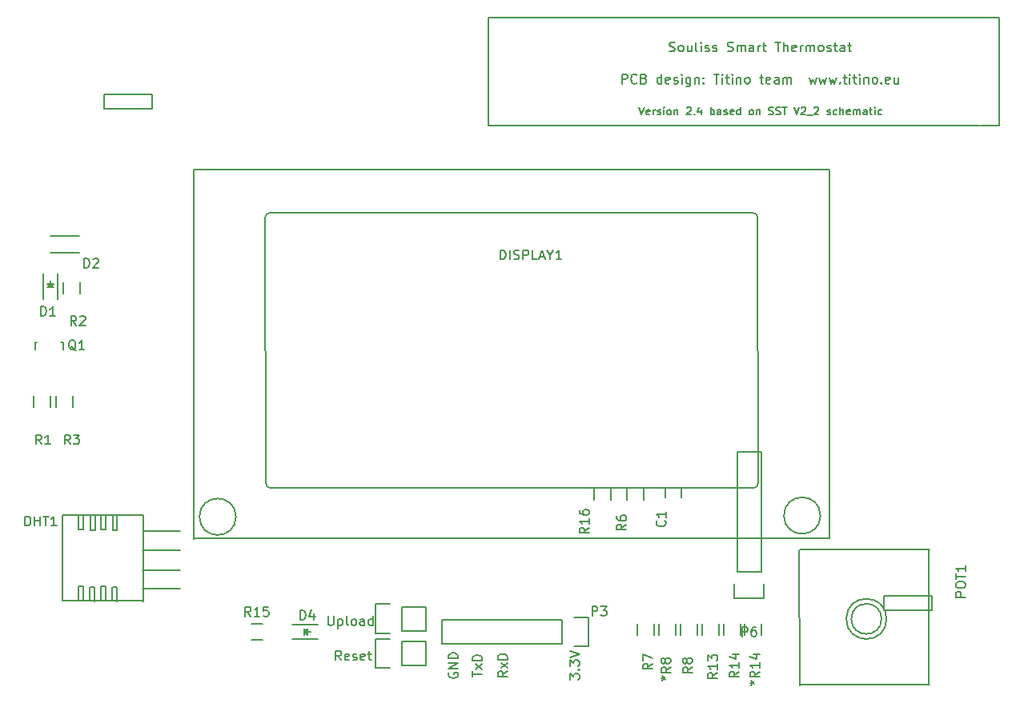
<source format=gbr>
G04 #@! TF.FileFunction,Legend,Top*
%FSLAX46Y46*%
G04 Gerber Fmt 4.6, Leading zero omitted, Abs format (unit mm)*
G04 Created by KiCad (PCBNEW 4.0.4-stable) date 02/12/17 18:05:12*
%MOMM*%
%LPD*%
G01*
G04 APERTURE LIST*
%ADD10C,0.100000*%
%ADD11C,0.200000*%
%ADD12C,0.150000*%
G04 APERTURE END LIST*
D10*
D11*
X215011000Y-49403000D02*
X217043000Y-49403000D01*
X215138000Y-60833000D02*
X217043000Y-60833000D01*
D12*
X146105857Y-112736381D02*
X146105857Y-113545905D01*
X146153476Y-113641143D01*
X146201095Y-113688762D01*
X146296333Y-113736381D01*
X146486810Y-113736381D01*
X146582048Y-113688762D01*
X146629667Y-113641143D01*
X146677286Y-113545905D01*
X146677286Y-112736381D01*
X147153476Y-113069714D02*
X147153476Y-114069714D01*
X147153476Y-113117333D02*
X147248714Y-113069714D01*
X147439191Y-113069714D01*
X147534429Y-113117333D01*
X147582048Y-113164952D01*
X147629667Y-113260190D01*
X147629667Y-113545905D01*
X147582048Y-113641143D01*
X147534429Y-113688762D01*
X147439191Y-113736381D01*
X147248714Y-113736381D01*
X147153476Y-113688762D01*
X148201095Y-113736381D02*
X148105857Y-113688762D01*
X148058238Y-113593524D01*
X148058238Y-112736381D01*
X148724905Y-113736381D02*
X148629667Y-113688762D01*
X148582048Y-113641143D01*
X148534429Y-113545905D01*
X148534429Y-113260190D01*
X148582048Y-113164952D01*
X148629667Y-113117333D01*
X148724905Y-113069714D01*
X148867763Y-113069714D01*
X148963001Y-113117333D01*
X149010620Y-113164952D01*
X149058239Y-113260190D01*
X149058239Y-113545905D01*
X149010620Y-113641143D01*
X148963001Y-113688762D01*
X148867763Y-113736381D01*
X148724905Y-113736381D01*
X149915382Y-113736381D02*
X149915382Y-113212571D01*
X149867763Y-113117333D01*
X149772525Y-113069714D01*
X149582048Y-113069714D01*
X149486810Y-113117333D01*
X149915382Y-113688762D02*
X149820144Y-113736381D01*
X149582048Y-113736381D01*
X149486810Y-113688762D01*
X149439191Y-113593524D01*
X149439191Y-113498286D01*
X149486810Y-113403048D01*
X149582048Y-113355429D01*
X149820144Y-113355429D01*
X149915382Y-113307810D01*
X150820144Y-113736381D02*
X150820144Y-112736381D01*
X150820144Y-113688762D02*
X150724906Y-113736381D01*
X150534429Y-113736381D01*
X150439191Y-113688762D01*
X150391572Y-113641143D01*
X150343953Y-113545905D01*
X150343953Y-113260190D01*
X150391572Y-113164952D01*
X150439191Y-113117333D01*
X150534429Y-113069714D01*
X150724906Y-113069714D01*
X150820144Y-113117333D01*
X147478905Y-117419381D02*
X147145571Y-116943190D01*
X146907476Y-117419381D02*
X146907476Y-116419381D01*
X147288429Y-116419381D01*
X147383667Y-116467000D01*
X147431286Y-116514619D01*
X147478905Y-116609857D01*
X147478905Y-116752714D01*
X147431286Y-116847952D01*
X147383667Y-116895571D01*
X147288429Y-116943190D01*
X146907476Y-116943190D01*
X148288429Y-117371762D02*
X148193191Y-117419381D01*
X148002714Y-117419381D01*
X147907476Y-117371762D01*
X147859857Y-117276524D01*
X147859857Y-116895571D01*
X147907476Y-116800333D01*
X148002714Y-116752714D01*
X148193191Y-116752714D01*
X148288429Y-116800333D01*
X148336048Y-116895571D01*
X148336048Y-116990810D01*
X147859857Y-117086048D01*
X148717000Y-117371762D02*
X148812238Y-117419381D01*
X149002714Y-117419381D01*
X149097953Y-117371762D01*
X149145572Y-117276524D01*
X149145572Y-117228905D01*
X149097953Y-117133667D01*
X149002714Y-117086048D01*
X148859857Y-117086048D01*
X148764619Y-117038429D01*
X148717000Y-116943190D01*
X148717000Y-116895571D01*
X148764619Y-116800333D01*
X148859857Y-116752714D01*
X149002714Y-116752714D01*
X149097953Y-116800333D01*
X149955096Y-117371762D02*
X149859858Y-117419381D01*
X149669381Y-117419381D01*
X149574143Y-117371762D01*
X149526524Y-117276524D01*
X149526524Y-116895571D01*
X149574143Y-116800333D01*
X149669381Y-116752714D01*
X149859858Y-116752714D01*
X149955096Y-116800333D01*
X150002715Y-116895571D01*
X150002715Y-116990810D01*
X149526524Y-117086048D01*
X150288429Y-116752714D02*
X150669381Y-116752714D01*
X150431286Y-116419381D02*
X150431286Y-117276524D01*
X150478905Y-117371762D01*
X150574143Y-117419381D01*
X150669381Y-117419381D01*
X171664381Y-119459190D02*
X171664381Y-118840142D01*
X172045333Y-119173476D01*
X172045333Y-119030618D01*
X172092952Y-118935380D01*
X172140571Y-118887761D01*
X172235810Y-118840142D01*
X172473905Y-118840142D01*
X172569143Y-118887761D01*
X172616762Y-118935380D01*
X172664381Y-119030618D01*
X172664381Y-119316333D01*
X172616762Y-119411571D01*
X172569143Y-119459190D01*
X172569143Y-118411571D02*
X172616762Y-118363952D01*
X172664381Y-118411571D01*
X172616762Y-118459190D01*
X172569143Y-118411571D01*
X172664381Y-118411571D01*
X171664381Y-118030619D02*
X171664381Y-117411571D01*
X172045333Y-117744905D01*
X172045333Y-117602047D01*
X172092952Y-117506809D01*
X172140571Y-117459190D01*
X172235810Y-117411571D01*
X172473905Y-117411571D01*
X172569143Y-117459190D01*
X172616762Y-117506809D01*
X172664381Y-117602047D01*
X172664381Y-117887762D01*
X172616762Y-117983000D01*
X172569143Y-118030619D01*
X171664381Y-117125857D02*
X172664381Y-116792524D01*
X171664381Y-116459190D01*
X165044381Y-118578238D02*
X164568190Y-118911572D01*
X165044381Y-119149667D02*
X164044381Y-119149667D01*
X164044381Y-118768714D01*
X164092000Y-118673476D01*
X164139619Y-118625857D01*
X164234857Y-118578238D01*
X164377714Y-118578238D01*
X164472952Y-118625857D01*
X164520571Y-118673476D01*
X164568190Y-118768714D01*
X164568190Y-119149667D01*
X165044381Y-118244905D02*
X164377714Y-117721095D01*
X164377714Y-118244905D02*
X165044381Y-117721095D01*
X165044381Y-117340143D02*
X164044381Y-117340143D01*
X164044381Y-117102048D01*
X164092000Y-116959190D01*
X164187238Y-116863952D01*
X164282476Y-116816333D01*
X164472952Y-116768714D01*
X164615810Y-116768714D01*
X164806286Y-116816333D01*
X164901524Y-116863952D01*
X164996762Y-116959190D01*
X165044381Y-117102048D01*
X165044381Y-117340143D01*
X161377381Y-119173476D02*
X161377381Y-118602047D01*
X162377381Y-118887762D02*
X161377381Y-118887762D01*
X162377381Y-118363952D02*
X161710714Y-117840142D01*
X161710714Y-118363952D02*
X162377381Y-117840142D01*
X162377381Y-117459190D02*
X161377381Y-117459190D01*
X161377381Y-117221095D01*
X161425000Y-117078237D01*
X161520238Y-116982999D01*
X161615476Y-116935380D01*
X161805952Y-116887761D01*
X161948810Y-116887761D01*
X162139286Y-116935380D01*
X162234524Y-116982999D01*
X162329762Y-117078237D01*
X162377381Y-117221095D01*
X162377381Y-117459190D01*
X158885000Y-118744904D02*
X158837381Y-118840142D01*
X158837381Y-118982999D01*
X158885000Y-119125857D01*
X158980238Y-119221095D01*
X159075476Y-119268714D01*
X159265952Y-119316333D01*
X159408810Y-119316333D01*
X159599286Y-119268714D01*
X159694524Y-119221095D01*
X159789762Y-119125857D01*
X159837381Y-118982999D01*
X159837381Y-118887761D01*
X159789762Y-118744904D01*
X159742143Y-118697285D01*
X159408810Y-118697285D01*
X159408810Y-118887761D01*
X159837381Y-118268714D02*
X158837381Y-118268714D01*
X159837381Y-117697285D01*
X158837381Y-117697285D01*
X159837381Y-117221095D02*
X158837381Y-117221095D01*
X158837381Y-116983000D01*
X158885000Y-116840142D01*
X158980238Y-116744904D01*
X159075476Y-116697285D01*
X159265952Y-116649666D01*
X159408810Y-116649666D01*
X159599286Y-116697285D01*
X159694524Y-116744904D01*
X159789762Y-116840142D01*
X159837381Y-116983000D01*
X159837381Y-117221095D01*
D11*
X163068000Y-49403000D02*
X163068000Y-49911000D01*
X215011000Y-49403000D02*
X163068000Y-49403000D01*
X217043000Y-60833000D02*
X217043000Y-49403000D01*
X163068000Y-60833000D02*
X215011000Y-60833000D01*
X163068000Y-49530000D02*
X163068000Y-60833000D01*
D12*
X178989093Y-58870905D02*
X179255760Y-59670905D01*
X179522427Y-58870905D01*
X180093855Y-59632810D02*
X180017665Y-59670905D01*
X179865284Y-59670905D01*
X179789093Y-59632810D01*
X179750998Y-59556619D01*
X179750998Y-59251857D01*
X179789093Y-59175667D01*
X179865284Y-59137571D01*
X180017665Y-59137571D01*
X180093855Y-59175667D01*
X180131950Y-59251857D01*
X180131950Y-59328048D01*
X179750998Y-59404238D01*
X180474807Y-59670905D02*
X180474807Y-59137571D01*
X180474807Y-59289952D02*
X180512902Y-59213762D01*
X180550998Y-59175667D01*
X180627188Y-59137571D01*
X180703379Y-59137571D01*
X180931950Y-59632810D02*
X181008140Y-59670905D01*
X181160521Y-59670905D01*
X181236712Y-59632810D01*
X181274807Y-59556619D01*
X181274807Y-59518524D01*
X181236712Y-59442333D01*
X181160521Y-59404238D01*
X181046236Y-59404238D01*
X180970045Y-59366143D01*
X180931950Y-59289952D01*
X180931950Y-59251857D01*
X180970045Y-59175667D01*
X181046236Y-59137571D01*
X181160521Y-59137571D01*
X181236712Y-59175667D01*
X181617664Y-59670905D02*
X181617664Y-59137571D01*
X181617664Y-58870905D02*
X181579569Y-58909000D01*
X181617664Y-58947095D01*
X181655759Y-58909000D01*
X181617664Y-58870905D01*
X181617664Y-58947095D01*
X182112902Y-59670905D02*
X182036711Y-59632810D01*
X181998616Y-59594714D01*
X181960521Y-59518524D01*
X181960521Y-59289952D01*
X181998616Y-59213762D01*
X182036711Y-59175667D01*
X182112902Y-59137571D01*
X182227188Y-59137571D01*
X182303378Y-59175667D01*
X182341473Y-59213762D01*
X182379569Y-59289952D01*
X182379569Y-59518524D01*
X182341473Y-59594714D01*
X182303378Y-59632810D01*
X182227188Y-59670905D01*
X182112902Y-59670905D01*
X182722426Y-59137571D02*
X182722426Y-59670905D01*
X182722426Y-59213762D02*
X182760521Y-59175667D01*
X182836712Y-59137571D01*
X182950998Y-59137571D01*
X183027188Y-59175667D01*
X183065283Y-59251857D01*
X183065283Y-59670905D01*
X184017665Y-58947095D02*
X184055760Y-58909000D01*
X184131951Y-58870905D01*
X184322427Y-58870905D01*
X184398617Y-58909000D01*
X184436713Y-58947095D01*
X184474808Y-59023286D01*
X184474808Y-59099476D01*
X184436713Y-59213762D01*
X183979570Y-59670905D01*
X184474808Y-59670905D01*
X184817665Y-59594714D02*
X184855760Y-59632810D01*
X184817665Y-59670905D01*
X184779570Y-59632810D01*
X184817665Y-59594714D01*
X184817665Y-59670905D01*
X185541474Y-59137571D02*
X185541474Y-59670905D01*
X185350998Y-58832810D02*
X185160522Y-59404238D01*
X185655760Y-59404238D01*
X186570046Y-59670905D02*
X186570046Y-58870905D01*
X186570046Y-59175667D02*
X186646237Y-59137571D01*
X186798618Y-59137571D01*
X186874808Y-59175667D01*
X186912903Y-59213762D01*
X186950999Y-59289952D01*
X186950999Y-59518524D01*
X186912903Y-59594714D01*
X186874808Y-59632810D01*
X186798618Y-59670905D01*
X186646237Y-59670905D01*
X186570046Y-59632810D01*
X187636713Y-59670905D02*
X187636713Y-59251857D01*
X187598618Y-59175667D01*
X187522428Y-59137571D01*
X187370047Y-59137571D01*
X187293856Y-59175667D01*
X187636713Y-59632810D02*
X187560523Y-59670905D01*
X187370047Y-59670905D01*
X187293856Y-59632810D01*
X187255761Y-59556619D01*
X187255761Y-59480429D01*
X187293856Y-59404238D01*
X187370047Y-59366143D01*
X187560523Y-59366143D01*
X187636713Y-59328048D01*
X187979571Y-59632810D02*
X188055761Y-59670905D01*
X188208142Y-59670905D01*
X188284333Y-59632810D01*
X188322428Y-59556619D01*
X188322428Y-59518524D01*
X188284333Y-59442333D01*
X188208142Y-59404238D01*
X188093857Y-59404238D01*
X188017666Y-59366143D01*
X187979571Y-59289952D01*
X187979571Y-59251857D01*
X188017666Y-59175667D01*
X188093857Y-59137571D01*
X188208142Y-59137571D01*
X188284333Y-59175667D01*
X188970047Y-59632810D02*
X188893857Y-59670905D01*
X188741476Y-59670905D01*
X188665285Y-59632810D01*
X188627190Y-59556619D01*
X188627190Y-59251857D01*
X188665285Y-59175667D01*
X188741476Y-59137571D01*
X188893857Y-59137571D01*
X188970047Y-59175667D01*
X189008142Y-59251857D01*
X189008142Y-59328048D01*
X188627190Y-59404238D01*
X189693856Y-59670905D02*
X189693856Y-58870905D01*
X189693856Y-59632810D02*
X189617666Y-59670905D01*
X189465285Y-59670905D01*
X189389094Y-59632810D01*
X189350999Y-59594714D01*
X189312904Y-59518524D01*
X189312904Y-59289952D01*
X189350999Y-59213762D01*
X189389094Y-59175667D01*
X189465285Y-59137571D01*
X189617666Y-59137571D01*
X189693856Y-59175667D01*
X190798619Y-59670905D02*
X190722428Y-59632810D01*
X190684333Y-59594714D01*
X190646238Y-59518524D01*
X190646238Y-59289952D01*
X190684333Y-59213762D01*
X190722428Y-59175667D01*
X190798619Y-59137571D01*
X190912905Y-59137571D01*
X190989095Y-59175667D01*
X191027190Y-59213762D01*
X191065286Y-59289952D01*
X191065286Y-59518524D01*
X191027190Y-59594714D01*
X190989095Y-59632810D01*
X190912905Y-59670905D01*
X190798619Y-59670905D01*
X191408143Y-59137571D02*
X191408143Y-59670905D01*
X191408143Y-59213762D02*
X191446238Y-59175667D01*
X191522429Y-59137571D01*
X191636715Y-59137571D01*
X191712905Y-59175667D01*
X191751000Y-59251857D01*
X191751000Y-59670905D01*
X192703382Y-59632810D02*
X192817668Y-59670905D01*
X193008144Y-59670905D01*
X193084334Y-59632810D01*
X193122430Y-59594714D01*
X193160525Y-59518524D01*
X193160525Y-59442333D01*
X193122430Y-59366143D01*
X193084334Y-59328048D01*
X193008144Y-59289952D01*
X192855763Y-59251857D01*
X192779572Y-59213762D01*
X192741477Y-59175667D01*
X192703382Y-59099476D01*
X192703382Y-59023286D01*
X192741477Y-58947095D01*
X192779572Y-58909000D01*
X192855763Y-58870905D01*
X193046239Y-58870905D01*
X193160525Y-58909000D01*
X193465287Y-59632810D02*
X193579573Y-59670905D01*
X193770049Y-59670905D01*
X193846239Y-59632810D01*
X193884335Y-59594714D01*
X193922430Y-59518524D01*
X193922430Y-59442333D01*
X193884335Y-59366143D01*
X193846239Y-59328048D01*
X193770049Y-59289952D01*
X193617668Y-59251857D01*
X193541477Y-59213762D01*
X193503382Y-59175667D01*
X193465287Y-59099476D01*
X193465287Y-59023286D01*
X193503382Y-58947095D01*
X193541477Y-58909000D01*
X193617668Y-58870905D01*
X193808144Y-58870905D01*
X193922430Y-58909000D01*
X194151001Y-58870905D02*
X194608144Y-58870905D01*
X194379573Y-59670905D02*
X194379573Y-58870905D01*
X195370049Y-58870905D02*
X195636716Y-59670905D01*
X195903383Y-58870905D01*
X196131954Y-58947095D02*
X196170049Y-58909000D01*
X196246240Y-58870905D01*
X196436716Y-58870905D01*
X196512906Y-58909000D01*
X196551002Y-58947095D01*
X196589097Y-59023286D01*
X196589097Y-59099476D01*
X196551002Y-59213762D01*
X196093859Y-59670905D01*
X196589097Y-59670905D01*
X196741478Y-59747095D02*
X197351002Y-59747095D01*
X197503383Y-58947095D02*
X197541478Y-58909000D01*
X197617669Y-58870905D01*
X197808145Y-58870905D01*
X197884335Y-58909000D01*
X197922431Y-58947095D01*
X197960526Y-59023286D01*
X197960526Y-59099476D01*
X197922431Y-59213762D01*
X197465288Y-59670905D01*
X197960526Y-59670905D01*
X198874812Y-59632810D02*
X198951002Y-59670905D01*
X199103383Y-59670905D01*
X199179574Y-59632810D01*
X199217669Y-59556619D01*
X199217669Y-59518524D01*
X199179574Y-59442333D01*
X199103383Y-59404238D01*
X198989098Y-59404238D01*
X198912907Y-59366143D01*
X198874812Y-59289952D01*
X198874812Y-59251857D01*
X198912907Y-59175667D01*
X198989098Y-59137571D01*
X199103383Y-59137571D01*
X199179574Y-59175667D01*
X199903383Y-59632810D02*
X199827193Y-59670905D01*
X199674812Y-59670905D01*
X199598621Y-59632810D01*
X199560526Y-59594714D01*
X199522431Y-59518524D01*
X199522431Y-59289952D01*
X199560526Y-59213762D01*
X199598621Y-59175667D01*
X199674812Y-59137571D01*
X199827193Y-59137571D01*
X199903383Y-59175667D01*
X200246240Y-59670905D02*
X200246240Y-58870905D01*
X200589097Y-59670905D02*
X200589097Y-59251857D01*
X200551002Y-59175667D01*
X200474812Y-59137571D01*
X200360526Y-59137571D01*
X200284335Y-59175667D01*
X200246240Y-59213762D01*
X201274812Y-59632810D02*
X201198622Y-59670905D01*
X201046241Y-59670905D01*
X200970050Y-59632810D01*
X200931955Y-59556619D01*
X200931955Y-59251857D01*
X200970050Y-59175667D01*
X201046241Y-59137571D01*
X201198622Y-59137571D01*
X201274812Y-59175667D01*
X201312907Y-59251857D01*
X201312907Y-59328048D01*
X200931955Y-59404238D01*
X201655764Y-59670905D02*
X201655764Y-59137571D01*
X201655764Y-59213762D02*
X201693859Y-59175667D01*
X201770050Y-59137571D01*
X201884336Y-59137571D01*
X201960526Y-59175667D01*
X201998621Y-59251857D01*
X201998621Y-59670905D01*
X201998621Y-59251857D02*
X202036717Y-59175667D01*
X202112907Y-59137571D01*
X202227193Y-59137571D01*
X202303383Y-59175667D01*
X202341478Y-59251857D01*
X202341478Y-59670905D01*
X203065288Y-59670905D02*
X203065288Y-59251857D01*
X203027193Y-59175667D01*
X202951003Y-59137571D01*
X202798622Y-59137571D01*
X202722431Y-59175667D01*
X203065288Y-59632810D02*
X202989098Y-59670905D01*
X202798622Y-59670905D01*
X202722431Y-59632810D01*
X202684336Y-59556619D01*
X202684336Y-59480429D01*
X202722431Y-59404238D01*
X202798622Y-59366143D01*
X202989098Y-59366143D01*
X203065288Y-59328048D01*
X203331955Y-59137571D02*
X203636717Y-59137571D01*
X203446241Y-58870905D02*
X203446241Y-59556619D01*
X203484336Y-59632810D01*
X203560527Y-59670905D01*
X203636717Y-59670905D01*
X203903384Y-59670905D02*
X203903384Y-59137571D01*
X203903384Y-58870905D02*
X203865289Y-58909000D01*
X203903384Y-58947095D01*
X203941479Y-58909000D01*
X203903384Y-58870905D01*
X203903384Y-58947095D01*
X204627193Y-59632810D02*
X204551003Y-59670905D01*
X204398622Y-59670905D01*
X204322431Y-59632810D01*
X204284336Y-59594714D01*
X204246241Y-59518524D01*
X204246241Y-59289952D01*
X204284336Y-59213762D01*
X204322431Y-59175667D01*
X204398622Y-59137571D01*
X204551003Y-59137571D01*
X204627193Y-59175667D01*
D11*
X182198570Y-52933762D02*
X182341427Y-52981381D01*
X182579523Y-52981381D01*
X182674761Y-52933762D01*
X182722380Y-52886143D01*
X182769999Y-52790905D01*
X182769999Y-52695667D01*
X182722380Y-52600429D01*
X182674761Y-52552810D01*
X182579523Y-52505190D01*
X182389046Y-52457571D01*
X182293808Y-52409952D01*
X182246189Y-52362333D01*
X182198570Y-52267095D01*
X182198570Y-52171857D01*
X182246189Y-52076619D01*
X182293808Y-52029000D01*
X182389046Y-51981381D01*
X182627142Y-51981381D01*
X182769999Y-52029000D01*
X183341427Y-52981381D02*
X183246189Y-52933762D01*
X183198570Y-52886143D01*
X183150951Y-52790905D01*
X183150951Y-52505190D01*
X183198570Y-52409952D01*
X183246189Y-52362333D01*
X183341427Y-52314714D01*
X183484285Y-52314714D01*
X183579523Y-52362333D01*
X183627142Y-52409952D01*
X183674761Y-52505190D01*
X183674761Y-52790905D01*
X183627142Y-52886143D01*
X183579523Y-52933762D01*
X183484285Y-52981381D01*
X183341427Y-52981381D01*
X184531904Y-52314714D02*
X184531904Y-52981381D01*
X184103332Y-52314714D02*
X184103332Y-52838524D01*
X184150951Y-52933762D01*
X184246189Y-52981381D01*
X184389047Y-52981381D01*
X184484285Y-52933762D01*
X184531904Y-52886143D01*
X185150951Y-52981381D02*
X185055713Y-52933762D01*
X185008094Y-52838524D01*
X185008094Y-51981381D01*
X185531904Y-52981381D02*
X185531904Y-52314714D01*
X185531904Y-51981381D02*
X185484285Y-52029000D01*
X185531904Y-52076619D01*
X185579523Y-52029000D01*
X185531904Y-51981381D01*
X185531904Y-52076619D01*
X185960475Y-52933762D02*
X186055713Y-52981381D01*
X186246189Y-52981381D01*
X186341428Y-52933762D01*
X186389047Y-52838524D01*
X186389047Y-52790905D01*
X186341428Y-52695667D01*
X186246189Y-52648048D01*
X186103332Y-52648048D01*
X186008094Y-52600429D01*
X185960475Y-52505190D01*
X185960475Y-52457571D01*
X186008094Y-52362333D01*
X186103332Y-52314714D01*
X186246189Y-52314714D01*
X186341428Y-52362333D01*
X186769999Y-52933762D02*
X186865237Y-52981381D01*
X187055713Y-52981381D01*
X187150952Y-52933762D01*
X187198571Y-52838524D01*
X187198571Y-52790905D01*
X187150952Y-52695667D01*
X187055713Y-52648048D01*
X186912856Y-52648048D01*
X186817618Y-52600429D01*
X186769999Y-52505190D01*
X186769999Y-52457571D01*
X186817618Y-52362333D01*
X186912856Y-52314714D01*
X187055713Y-52314714D01*
X187150952Y-52362333D01*
X188341428Y-52933762D02*
X188484285Y-52981381D01*
X188722381Y-52981381D01*
X188817619Y-52933762D01*
X188865238Y-52886143D01*
X188912857Y-52790905D01*
X188912857Y-52695667D01*
X188865238Y-52600429D01*
X188817619Y-52552810D01*
X188722381Y-52505190D01*
X188531904Y-52457571D01*
X188436666Y-52409952D01*
X188389047Y-52362333D01*
X188341428Y-52267095D01*
X188341428Y-52171857D01*
X188389047Y-52076619D01*
X188436666Y-52029000D01*
X188531904Y-51981381D01*
X188770000Y-51981381D01*
X188912857Y-52029000D01*
X189341428Y-52981381D02*
X189341428Y-52314714D01*
X189341428Y-52409952D02*
X189389047Y-52362333D01*
X189484285Y-52314714D01*
X189627143Y-52314714D01*
X189722381Y-52362333D01*
X189770000Y-52457571D01*
X189770000Y-52981381D01*
X189770000Y-52457571D02*
X189817619Y-52362333D01*
X189912857Y-52314714D01*
X190055714Y-52314714D01*
X190150952Y-52362333D01*
X190198571Y-52457571D01*
X190198571Y-52981381D01*
X191103333Y-52981381D02*
X191103333Y-52457571D01*
X191055714Y-52362333D01*
X190960476Y-52314714D01*
X190769999Y-52314714D01*
X190674761Y-52362333D01*
X191103333Y-52933762D02*
X191008095Y-52981381D01*
X190769999Y-52981381D01*
X190674761Y-52933762D01*
X190627142Y-52838524D01*
X190627142Y-52743286D01*
X190674761Y-52648048D01*
X190769999Y-52600429D01*
X191008095Y-52600429D01*
X191103333Y-52552810D01*
X191579523Y-52981381D02*
X191579523Y-52314714D01*
X191579523Y-52505190D02*
X191627142Y-52409952D01*
X191674761Y-52362333D01*
X191769999Y-52314714D01*
X191865238Y-52314714D01*
X192055714Y-52314714D02*
X192436666Y-52314714D01*
X192198571Y-51981381D02*
X192198571Y-52838524D01*
X192246190Y-52933762D01*
X192341428Y-52981381D01*
X192436666Y-52981381D01*
X193389048Y-51981381D02*
X193960477Y-51981381D01*
X193674762Y-52981381D02*
X193674762Y-51981381D01*
X194293810Y-52981381D02*
X194293810Y-51981381D01*
X194722382Y-52981381D02*
X194722382Y-52457571D01*
X194674763Y-52362333D01*
X194579525Y-52314714D01*
X194436667Y-52314714D01*
X194341429Y-52362333D01*
X194293810Y-52409952D01*
X195579525Y-52933762D02*
X195484287Y-52981381D01*
X195293810Y-52981381D01*
X195198572Y-52933762D01*
X195150953Y-52838524D01*
X195150953Y-52457571D01*
X195198572Y-52362333D01*
X195293810Y-52314714D01*
X195484287Y-52314714D01*
X195579525Y-52362333D01*
X195627144Y-52457571D01*
X195627144Y-52552810D01*
X195150953Y-52648048D01*
X196055715Y-52981381D02*
X196055715Y-52314714D01*
X196055715Y-52505190D02*
X196103334Y-52409952D01*
X196150953Y-52362333D01*
X196246191Y-52314714D01*
X196341430Y-52314714D01*
X196674763Y-52981381D02*
X196674763Y-52314714D01*
X196674763Y-52409952D02*
X196722382Y-52362333D01*
X196817620Y-52314714D01*
X196960478Y-52314714D01*
X197055716Y-52362333D01*
X197103335Y-52457571D01*
X197103335Y-52981381D01*
X197103335Y-52457571D02*
X197150954Y-52362333D01*
X197246192Y-52314714D01*
X197389049Y-52314714D01*
X197484287Y-52362333D01*
X197531906Y-52457571D01*
X197531906Y-52981381D01*
X198150953Y-52981381D02*
X198055715Y-52933762D01*
X198008096Y-52886143D01*
X197960477Y-52790905D01*
X197960477Y-52505190D01*
X198008096Y-52409952D01*
X198055715Y-52362333D01*
X198150953Y-52314714D01*
X198293811Y-52314714D01*
X198389049Y-52362333D01*
X198436668Y-52409952D01*
X198484287Y-52505190D01*
X198484287Y-52790905D01*
X198436668Y-52886143D01*
X198389049Y-52933762D01*
X198293811Y-52981381D01*
X198150953Y-52981381D01*
X198865239Y-52933762D02*
X198960477Y-52981381D01*
X199150953Y-52981381D01*
X199246192Y-52933762D01*
X199293811Y-52838524D01*
X199293811Y-52790905D01*
X199246192Y-52695667D01*
X199150953Y-52648048D01*
X199008096Y-52648048D01*
X198912858Y-52600429D01*
X198865239Y-52505190D01*
X198865239Y-52457571D01*
X198912858Y-52362333D01*
X199008096Y-52314714D01*
X199150953Y-52314714D01*
X199246192Y-52362333D01*
X199579525Y-52314714D02*
X199960477Y-52314714D01*
X199722382Y-51981381D02*
X199722382Y-52838524D01*
X199770001Y-52933762D01*
X199865239Y-52981381D01*
X199960477Y-52981381D01*
X200722383Y-52981381D02*
X200722383Y-52457571D01*
X200674764Y-52362333D01*
X200579526Y-52314714D01*
X200389049Y-52314714D01*
X200293811Y-52362333D01*
X200722383Y-52933762D02*
X200627145Y-52981381D01*
X200389049Y-52981381D01*
X200293811Y-52933762D01*
X200246192Y-52838524D01*
X200246192Y-52743286D01*
X200293811Y-52648048D01*
X200389049Y-52600429D01*
X200627145Y-52600429D01*
X200722383Y-52552810D01*
X201055716Y-52314714D02*
X201436668Y-52314714D01*
X201198573Y-51981381D02*
X201198573Y-52838524D01*
X201246192Y-52933762D01*
X201341430Y-52981381D01*
X201436668Y-52981381D01*
X177174762Y-56381381D02*
X177174762Y-55381381D01*
X177555715Y-55381381D01*
X177650953Y-55429000D01*
X177698572Y-55476619D01*
X177746191Y-55571857D01*
X177746191Y-55714714D01*
X177698572Y-55809952D01*
X177650953Y-55857571D01*
X177555715Y-55905190D01*
X177174762Y-55905190D01*
X178746191Y-56286143D02*
X178698572Y-56333762D01*
X178555715Y-56381381D01*
X178460477Y-56381381D01*
X178317619Y-56333762D01*
X178222381Y-56238524D01*
X178174762Y-56143286D01*
X178127143Y-55952810D01*
X178127143Y-55809952D01*
X178174762Y-55619476D01*
X178222381Y-55524238D01*
X178317619Y-55429000D01*
X178460477Y-55381381D01*
X178555715Y-55381381D01*
X178698572Y-55429000D01*
X178746191Y-55476619D01*
X179508096Y-55857571D02*
X179650953Y-55905190D01*
X179698572Y-55952810D01*
X179746191Y-56048048D01*
X179746191Y-56190905D01*
X179698572Y-56286143D01*
X179650953Y-56333762D01*
X179555715Y-56381381D01*
X179174762Y-56381381D01*
X179174762Y-55381381D01*
X179508096Y-55381381D01*
X179603334Y-55429000D01*
X179650953Y-55476619D01*
X179698572Y-55571857D01*
X179698572Y-55667095D01*
X179650953Y-55762333D01*
X179603334Y-55809952D01*
X179508096Y-55857571D01*
X179174762Y-55857571D01*
X181365239Y-56381381D02*
X181365239Y-55381381D01*
X181365239Y-56333762D02*
X181270001Y-56381381D01*
X181079524Y-56381381D01*
X180984286Y-56333762D01*
X180936667Y-56286143D01*
X180889048Y-56190905D01*
X180889048Y-55905190D01*
X180936667Y-55809952D01*
X180984286Y-55762333D01*
X181079524Y-55714714D01*
X181270001Y-55714714D01*
X181365239Y-55762333D01*
X182222382Y-56333762D02*
X182127144Y-56381381D01*
X181936667Y-56381381D01*
X181841429Y-56333762D01*
X181793810Y-56238524D01*
X181793810Y-55857571D01*
X181841429Y-55762333D01*
X181936667Y-55714714D01*
X182127144Y-55714714D01*
X182222382Y-55762333D01*
X182270001Y-55857571D01*
X182270001Y-55952810D01*
X181793810Y-56048048D01*
X182650953Y-56333762D02*
X182746191Y-56381381D01*
X182936667Y-56381381D01*
X183031906Y-56333762D01*
X183079525Y-56238524D01*
X183079525Y-56190905D01*
X183031906Y-56095667D01*
X182936667Y-56048048D01*
X182793810Y-56048048D01*
X182698572Y-56000429D01*
X182650953Y-55905190D01*
X182650953Y-55857571D01*
X182698572Y-55762333D01*
X182793810Y-55714714D01*
X182936667Y-55714714D01*
X183031906Y-55762333D01*
X183508096Y-56381381D02*
X183508096Y-55714714D01*
X183508096Y-55381381D02*
X183460477Y-55429000D01*
X183508096Y-55476619D01*
X183555715Y-55429000D01*
X183508096Y-55381381D01*
X183508096Y-55476619D01*
X184412858Y-55714714D02*
X184412858Y-56524238D01*
X184365239Y-56619476D01*
X184317620Y-56667095D01*
X184222381Y-56714714D01*
X184079524Y-56714714D01*
X183984286Y-56667095D01*
X184412858Y-56333762D02*
X184317620Y-56381381D01*
X184127143Y-56381381D01*
X184031905Y-56333762D01*
X183984286Y-56286143D01*
X183936667Y-56190905D01*
X183936667Y-55905190D01*
X183984286Y-55809952D01*
X184031905Y-55762333D01*
X184127143Y-55714714D01*
X184317620Y-55714714D01*
X184412858Y-55762333D01*
X184889048Y-55714714D02*
X184889048Y-56381381D01*
X184889048Y-55809952D02*
X184936667Y-55762333D01*
X185031905Y-55714714D01*
X185174763Y-55714714D01*
X185270001Y-55762333D01*
X185317620Y-55857571D01*
X185317620Y-56381381D01*
X185793810Y-56286143D02*
X185841429Y-56333762D01*
X185793810Y-56381381D01*
X185746191Y-56333762D01*
X185793810Y-56286143D01*
X185793810Y-56381381D01*
X185793810Y-55762333D02*
X185841429Y-55809952D01*
X185793810Y-55857571D01*
X185746191Y-55809952D01*
X185793810Y-55762333D01*
X185793810Y-55857571D01*
X186889048Y-55381381D02*
X187460477Y-55381381D01*
X187174762Y-56381381D02*
X187174762Y-55381381D01*
X187793810Y-56381381D02*
X187793810Y-55714714D01*
X187793810Y-55381381D02*
X187746191Y-55429000D01*
X187793810Y-55476619D01*
X187841429Y-55429000D01*
X187793810Y-55381381D01*
X187793810Y-55476619D01*
X188127143Y-55714714D02*
X188508095Y-55714714D01*
X188270000Y-55381381D02*
X188270000Y-56238524D01*
X188317619Y-56333762D01*
X188412857Y-56381381D01*
X188508095Y-56381381D01*
X188841429Y-56381381D02*
X188841429Y-55714714D01*
X188841429Y-55381381D02*
X188793810Y-55429000D01*
X188841429Y-55476619D01*
X188889048Y-55429000D01*
X188841429Y-55381381D01*
X188841429Y-55476619D01*
X189317619Y-55714714D02*
X189317619Y-56381381D01*
X189317619Y-55809952D02*
X189365238Y-55762333D01*
X189460476Y-55714714D01*
X189603334Y-55714714D01*
X189698572Y-55762333D01*
X189746191Y-55857571D01*
X189746191Y-56381381D01*
X190365238Y-56381381D02*
X190270000Y-56333762D01*
X190222381Y-56286143D01*
X190174762Y-56190905D01*
X190174762Y-55905190D01*
X190222381Y-55809952D01*
X190270000Y-55762333D01*
X190365238Y-55714714D01*
X190508096Y-55714714D01*
X190603334Y-55762333D01*
X190650953Y-55809952D01*
X190698572Y-55905190D01*
X190698572Y-56190905D01*
X190650953Y-56286143D01*
X190603334Y-56333762D01*
X190508096Y-56381381D01*
X190365238Y-56381381D01*
X191746191Y-55714714D02*
X192127143Y-55714714D01*
X191889048Y-55381381D02*
X191889048Y-56238524D01*
X191936667Y-56333762D01*
X192031905Y-56381381D01*
X192127143Y-56381381D01*
X192841430Y-56333762D02*
X192746192Y-56381381D01*
X192555715Y-56381381D01*
X192460477Y-56333762D01*
X192412858Y-56238524D01*
X192412858Y-55857571D01*
X192460477Y-55762333D01*
X192555715Y-55714714D01*
X192746192Y-55714714D01*
X192841430Y-55762333D01*
X192889049Y-55857571D01*
X192889049Y-55952810D01*
X192412858Y-56048048D01*
X193746192Y-56381381D02*
X193746192Y-55857571D01*
X193698573Y-55762333D01*
X193603335Y-55714714D01*
X193412858Y-55714714D01*
X193317620Y-55762333D01*
X193746192Y-56333762D02*
X193650954Y-56381381D01*
X193412858Y-56381381D01*
X193317620Y-56333762D01*
X193270001Y-56238524D01*
X193270001Y-56143286D01*
X193317620Y-56048048D01*
X193412858Y-56000429D01*
X193650954Y-56000429D01*
X193746192Y-55952810D01*
X194222382Y-56381381D02*
X194222382Y-55714714D01*
X194222382Y-55809952D02*
X194270001Y-55762333D01*
X194365239Y-55714714D01*
X194508097Y-55714714D01*
X194603335Y-55762333D01*
X194650954Y-55857571D01*
X194650954Y-56381381D01*
X194650954Y-55857571D02*
X194698573Y-55762333D01*
X194793811Y-55714714D01*
X194936668Y-55714714D01*
X195031906Y-55762333D01*
X195079525Y-55857571D01*
X195079525Y-56381381D01*
X196984287Y-55714714D02*
X197174763Y-56381381D01*
X197365240Y-55905190D01*
X197555716Y-56381381D01*
X197746192Y-55714714D01*
X198031906Y-55714714D02*
X198222382Y-56381381D01*
X198412859Y-55905190D01*
X198603335Y-56381381D01*
X198793811Y-55714714D01*
X199079525Y-55714714D02*
X199270001Y-56381381D01*
X199460478Y-55905190D01*
X199650954Y-56381381D01*
X199841430Y-55714714D01*
X200222382Y-56286143D02*
X200270001Y-56333762D01*
X200222382Y-56381381D01*
X200174763Y-56333762D01*
X200222382Y-56286143D01*
X200222382Y-56381381D01*
X200555715Y-55714714D02*
X200936667Y-55714714D01*
X200698572Y-55381381D02*
X200698572Y-56238524D01*
X200746191Y-56333762D01*
X200841429Y-56381381D01*
X200936667Y-56381381D01*
X201270001Y-56381381D02*
X201270001Y-55714714D01*
X201270001Y-55381381D02*
X201222382Y-55429000D01*
X201270001Y-55476619D01*
X201317620Y-55429000D01*
X201270001Y-55381381D01*
X201270001Y-55476619D01*
X201603334Y-55714714D02*
X201984286Y-55714714D01*
X201746191Y-55381381D02*
X201746191Y-56238524D01*
X201793810Y-56333762D01*
X201889048Y-56381381D01*
X201984286Y-56381381D01*
X202317620Y-56381381D02*
X202317620Y-55714714D01*
X202317620Y-55381381D02*
X202270001Y-55429000D01*
X202317620Y-55476619D01*
X202365239Y-55429000D01*
X202317620Y-55381381D01*
X202317620Y-55476619D01*
X202793810Y-55714714D02*
X202793810Y-56381381D01*
X202793810Y-55809952D02*
X202841429Y-55762333D01*
X202936667Y-55714714D01*
X203079525Y-55714714D01*
X203174763Y-55762333D01*
X203222382Y-55857571D01*
X203222382Y-56381381D01*
X203841429Y-56381381D02*
X203746191Y-56333762D01*
X203698572Y-56286143D01*
X203650953Y-56190905D01*
X203650953Y-55905190D01*
X203698572Y-55809952D01*
X203746191Y-55762333D01*
X203841429Y-55714714D01*
X203984287Y-55714714D01*
X204079525Y-55762333D01*
X204127144Y-55809952D01*
X204174763Y-55905190D01*
X204174763Y-56190905D01*
X204127144Y-56286143D01*
X204079525Y-56333762D01*
X203984287Y-56381381D01*
X203841429Y-56381381D01*
X204603334Y-56286143D02*
X204650953Y-56333762D01*
X204603334Y-56381381D01*
X204555715Y-56333762D01*
X204603334Y-56286143D01*
X204603334Y-56381381D01*
X205460477Y-56333762D02*
X205365239Y-56381381D01*
X205174762Y-56381381D01*
X205079524Y-56333762D01*
X205031905Y-56238524D01*
X205031905Y-55857571D01*
X205079524Y-55762333D01*
X205174762Y-55714714D01*
X205365239Y-55714714D01*
X205460477Y-55762333D01*
X205508096Y-55857571D01*
X205508096Y-55952810D01*
X205031905Y-56048048D01*
X206365239Y-55714714D02*
X206365239Y-56381381D01*
X205936667Y-55714714D02*
X205936667Y-56238524D01*
X205984286Y-56333762D01*
X206079524Y-56381381D01*
X206222382Y-56381381D01*
X206317620Y-56333762D01*
X206365239Y-56286143D01*
X204851000Y-112141000D02*
X204851000Y-110617000D01*
X209931000Y-112141000D02*
X204851000Y-112141000D01*
X209931000Y-110617000D02*
X209931000Y-112141000D01*
X204851000Y-110617000D02*
X209931000Y-110617000D01*
X122428000Y-59055000D02*
X122428000Y-57531000D01*
X127508000Y-59055000D02*
X122428000Y-59055000D01*
X127508000Y-57531000D02*
X127508000Y-59055000D01*
X122428000Y-57531000D02*
X127508000Y-57531000D01*
D12*
X209677000Y-105664000D02*
X195961000Y-105664000D01*
X195961000Y-120015000D02*
X209677000Y-120015000D01*
X204619626Y-113042700D02*
G75*
G03X204619626Y-113042700I-1597426J0D01*
G01*
X205153720Y-113042700D02*
G75*
G03X205153720Y-113042700I-2131520J0D01*
G01*
X195922900Y-105778300D02*
X195961000Y-120103900D01*
X209626200Y-119989600D02*
X209626200Y-105575100D01*
X182866000Y-113573000D02*
X182866000Y-114773000D01*
X181116000Y-114773000D02*
X181116000Y-113573000D01*
X183476000Y-100195000D02*
X183476000Y-99195000D01*
X181776000Y-99195000D02*
X181776000Y-100195000D01*
X117463000Y-79197000D02*
X117463000Y-76497000D01*
X115963000Y-79197000D02*
X115963000Y-76497000D01*
X116863000Y-77697000D02*
X116613000Y-77697000D01*
X116613000Y-77697000D02*
X116763000Y-77847000D01*
X116363000Y-77947000D02*
X117063000Y-77947000D01*
X116713000Y-77597000D02*
X116713000Y-77247000D01*
X116713000Y-77947000D02*
X116363000Y-77597000D01*
X116363000Y-77597000D02*
X117063000Y-77597000D01*
X117063000Y-77597000D02*
X116713000Y-77947000D01*
X116745000Y-74306000D02*
X119745000Y-74306000D01*
X116745000Y-72506000D02*
X119745000Y-72506000D01*
X126504700Y-109867700D02*
X130429000Y-109867700D01*
X126492000Y-107899200D02*
X130416300Y-107899200D01*
X126504700Y-105778300D02*
X130429000Y-105778300D01*
X126517400Y-103771700D02*
X130441700Y-103771700D01*
X120954800Y-103632000D02*
X120954800Y-102133400D01*
X121424700Y-103632000D02*
X120954800Y-103632000D01*
X121450100Y-103632000D02*
X121450100Y-102146100D01*
X120923050Y-109658150D02*
X120923050Y-111144050D01*
X120948450Y-109658150D02*
X121418350Y-109658150D01*
X121418350Y-109658150D02*
X121418350Y-111156750D01*
X120186450Y-109620050D02*
X120186450Y-111118650D01*
X119716550Y-109620050D02*
X120186450Y-109620050D01*
X119691150Y-109620050D02*
X119691150Y-111105950D01*
X120218200Y-103593900D02*
X120218200Y-102108000D01*
X120192800Y-103593900D02*
X119722900Y-103593900D01*
X119722900Y-103593900D02*
X119722900Y-102095300D01*
X122072400Y-103593900D02*
X122072400Y-102095300D01*
X122542300Y-103593900D02*
X122072400Y-103593900D01*
X122567700Y-103593900D02*
X122567700Y-102108000D01*
X122040650Y-109620050D02*
X122040650Y-111105950D01*
X122066050Y-109620050D02*
X122535950Y-109620050D01*
X122535950Y-109620050D02*
X122535950Y-111118650D01*
X126530100Y-102095300D02*
X117995700Y-102095300D01*
X117995700Y-102095300D02*
X117995700Y-111099600D01*
X117995700Y-111099600D02*
X126580900Y-111099600D01*
X123767850Y-109658150D02*
X123767850Y-111156750D01*
X123297950Y-109658150D02*
X123767850Y-109658150D01*
X123272550Y-109658150D02*
X123272550Y-111144050D01*
X123799600Y-103632000D02*
X123799600Y-102146100D01*
X123774200Y-103632000D02*
X123304300Y-103632000D01*
X123304300Y-103632000D02*
X123304300Y-102133400D01*
X126530100Y-111163100D02*
X126530100Y-102158800D01*
X131876800Y-67640200D02*
X131876800Y-65481200D01*
X131876800Y-65481200D02*
X199110600Y-65481200D01*
X199110600Y-65481200D02*
X199136000Y-67640200D01*
X131889500Y-67627500D02*
X131889500Y-104584500D01*
X199136000Y-104521000D02*
X199136000Y-67627500D01*
X139509500Y-98552000D02*
X139382500Y-70612000D01*
X191579500Y-98615500D02*
X191516000Y-70612000D01*
X131889500Y-67627500D02*
X131889500Y-67691000D01*
X199136000Y-104521000D02*
X131889500Y-104521000D01*
X140030200Y-99212400D02*
X190982600Y-99212400D01*
X140004800Y-70027800D02*
X190957200Y-70027800D01*
X191007500Y-99223000D02*
G75*
G03X191607500Y-98623000I0J600000D01*
G01*
X191544000Y-70625000D02*
G75*
G03X190944000Y-70025000I-600000J0D01*
G01*
X140018000Y-70025000D02*
G75*
G03X139418000Y-70625000I0J-600000D01*
G01*
X139481500Y-98623000D02*
G75*
G03X140081500Y-99223000I600000J0D01*
G01*
X136348000Y-102235000D02*
G75*
G03X136348000Y-102235000I-1930000J0D01*
G01*
X198156500Y-102108000D02*
G75*
G03X198156500Y-102108000I-1930000J0D01*
G01*
X117885160Y-83804760D02*
X117836900Y-83804760D01*
X115086180Y-84505800D02*
X115086180Y-83804760D01*
X115086180Y-83804760D02*
X115335100Y-83804760D01*
X117885160Y-83804760D02*
X118085820Y-83804760D01*
X118085820Y-83804760D02*
X118085820Y-84505800D01*
X119112000Y-89443000D02*
X119112000Y-90643000D01*
X117362000Y-90643000D02*
X117362000Y-89443000D01*
X119874000Y-77378000D02*
X119874000Y-78578000D01*
X118124000Y-78578000D02*
X118124000Y-77378000D01*
X114949000Y-90643000D02*
X114949000Y-89443000D01*
X116699000Y-89443000D02*
X116699000Y-90643000D01*
X180580000Y-113573000D02*
X180580000Y-114773000D01*
X178830000Y-114773000D02*
X178830000Y-113573000D01*
X185152000Y-113573000D02*
X185152000Y-114773000D01*
X183402000Y-114773000D02*
X183402000Y-113573000D01*
X170815000Y-115697000D02*
X158115000Y-115697000D01*
X158115000Y-115697000D02*
X158115000Y-113157000D01*
X158115000Y-113157000D02*
X170815000Y-113157000D01*
X173635000Y-115977000D02*
X172085000Y-115977000D01*
X170815000Y-115697000D02*
X170815000Y-113157000D01*
X172085000Y-112877000D02*
X173635000Y-112877000D01*
X173635000Y-112877000D02*
X173635000Y-115977000D01*
X153924000Y-111760000D02*
X156464000Y-111760000D01*
X151104000Y-111480000D02*
X152654000Y-111480000D01*
X153924000Y-111760000D02*
X153924000Y-114300000D01*
X152654000Y-114580000D02*
X151104000Y-114580000D01*
X151104000Y-114580000D02*
X151104000Y-111480000D01*
X153924000Y-114300000D02*
X156464000Y-114300000D01*
X156464000Y-114300000D02*
X156464000Y-111760000D01*
X185688000Y-114773000D02*
X185688000Y-113573000D01*
X187438000Y-113573000D02*
X187438000Y-114773000D01*
X187974000Y-114773000D02*
X187974000Y-113573000D01*
X189724000Y-113573000D02*
X189724000Y-114773000D01*
X142291000Y-115177000D02*
X144991000Y-115177000D01*
X142291000Y-113677000D02*
X144991000Y-113677000D01*
X143791000Y-114577000D02*
X143791000Y-114327000D01*
X143791000Y-114327000D02*
X143641000Y-114477000D01*
X143541000Y-114077000D02*
X143541000Y-114777000D01*
X143891000Y-114427000D02*
X144241000Y-114427000D01*
X143541000Y-114427000D02*
X143891000Y-114077000D01*
X143891000Y-114077000D02*
X143891000Y-114777000D01*
X143891000Y-114777000D02*
X143541000Y-114427000D01*
X139157000Y-115302000D02*
X137957000Y-115302000D01*
X137957000Y-113552000D02*
X139157000Y-113552000D01*
X179437000Y-99222000D02*
X179437000Y-100422000D01*
X177687000Y-100422000D02*
X177687000Y-99222000D01*
X176008000Y-99222000D02*
X176008000Y-100422000D01*
X174258000Y-100422000D02*
X174258000Y-99222000D01*
X153924000Y-115443000D02*
X156464000Y-115443000D01*
X151104000Y-115163000D02*
X152654000Y-115163000D01*
X153924000Y-115443000D02*
X153924000Y-117983000D01*
X152654000Y-118263000D02*
X151104000Y-118263000D01*
X151104000Y-118263000D02*
X151104000Y-115163000D01*
X153924000Y-117983000D02*
X156464000Y-117983000D01*
X156464000Y-117983000D02*
X156464000Y-115443000D01*
X191883000Y-113573000D02*
X191883000Y-114773000D01*
X190133000Y-114773000D02*
X190133000Y-113573000D01*
X189357000Y-108077000D02*
X189357000Y-95377000D01*
X189357000Y-95377000D02*
X191897000Y-95377000D01*
X191897000Y-95377000D02*
X191897000Y-108077000D01*
X189077000Y-110897000D02*
X189077000Y-109347000D01*
X189357000Y-108077000D02*
X191897000Y-108077000D01*
X192177000Y-109347000D02*
X192177000Y-110897000D01*
X192177000Y-110897000D02*
X189077000Y-110897000D01*
X213482181Y-110735857D02*
X212482181Y-110735857D01*
X212482181Y-110354904D01*
X212529800Y-110259666D01*
X212577419Y-110212047D01*
X212672657Y-110164428D01*
X212815514Y-110164428D01*
X212910752Y-110212047D01*
X212958371Y-110259666D01*
X213005990Y-110354904D01*
X213005990Y-110735857D01*
X212482181Y-109545381D02*
X212482181Y-109354904D01*
X212529800Y-109259666D01*
X212625038Y-109164428D01*
X212815514Y-109116809D01*
X213148848Y-109116809D01*
X213339324Y-109164428D01*
X213434562Y-109259666D01*
X213482181Y-109354904D01*
X213482181Y-109545381D01*
X213434562Y-109640619D01*
X213339324Y-109735857D01*
X213148848Y-109783476D01*
X212815514Y-109783476D01*
X212625038Y-109735857D01*
X212529800Y-109640619D01*
X212482181Y-109545381D01*
X212482181Y-108831095D02*
X212482181Y-108259666D01*
X213482181Y-108545381D02*
X212482181Y-108545381D01*
X213482181Y-107402523D02*
X213482181Y-107973952D01*
X213482181Y-107688238D02*
X212482181Y-107688238D01*
X212625038Y-107783476D01*
X212720276Y-107878714D01*
X212767895Y-107973952D01*
X181316381Y-119340191D02*
X181554476Y-119340191D01*
X181459238Y-119578286D02*
X181554476Y-119340191D01*
X181459238Y-119102095D01*
X181744952Y-119483048D02*
X181554476Y-119340191D01*
X181744952Y-119197333D01*
X182316381Y-118149714D02*
X181840190Y-118483048D01*
X182316381Y-118721143D02*
X181316381Y-118721143D01*
X181316381Y-118340190D01*
X181364000Y-118244952D01*
X181411619Y-118197333D01*
X181506857Y-118149714D01*
X181649714Y-118149714D01*
X181744952Y-118197333D01*
X181792571Y-118244952D01*
X181840190Y-118340190D01*
X181840190Y-118721143D01*
X181744952Y-117578286D02*
X181697333Y-117673524D01*
X181649714Y-117721143D01*
X181554476Y-117768762D01*
X181506857Y-117768762D01*
X181411619Y-117721143D01*
X181364000Y-117673524D01*
X181316381Y-117578286D01*
X181316381Y-117387809D01*
X181364000Y-117292571D01*
X181411619Y-117244952D01*
X181506857Y-117197333D01*
X181554476Y-117197333D01*
X181649714Y-117244952D01*
X181697333Y-117292571D01*
X181744952Y-117387809D01*
X181744952Y-117578286D01*
X181792571Y-117673524D01*
X181840190Y-117721143D01*
X181935429Y-117768762D01*
X182125905Y-117768762D01*
X182221143Y-117721143D01*
X182268762Y-117673524D01*
X182316381Y-117578286D01*
X182316381Y-117387809D01*
X182268762Y-117292571D01*
X182221143Y-117244952D01*
X182125905Y-117197333D01*
X181935429Y-117197333D01*
X181840190Y-117244952D01*
X181792571Y-117292571D01*
X181744952Y-117387809D01*
X181713143Y-102655666D02*
X181760762Y-102703285D01*
X181808381Y-102846142D01*
X181808381Y-102941380D01*
X181760762Y-103084238D01*
X181665524Y-103179476D01*
X181570286Y-103227095D01*
X181379810Y-103274714D01*
X181236952Y-103274714D01*
X181046476Y-103227095D01*
X180951238Y-103179476D01*
X180856000Y-103084238D01*
X180808381Y-102941380D01*
X180808381Y-102846142D01*
X180856000Y-102703285D01*
X180903619Y-102655666D01*
X181808381Y-101703285D02*
X181808381Y-102274714D01*
X181808381Y-101989000D02*
X180808381Y-101989000D01*
X180951238Y-102084238D01*
X181046476Y-102179476D01*
X181094095Y-102274714D01*
X115720905Y-80970381D02*
X115720905Y-79970381D01*
X115959000Y-79970381D01*
X116101858Y-80018000D01*
X116197096Y-80113238D01*
X116244715Y-80208476D01*
X116292334Y-80398952D01*
X116292334Y-80541810D01*
X116244715Y-80732286D01*
X116197096Y-80827524D01*
X116101858Y-80922762D01*
X115959000Y-80970381D01*
X115720905Y-80970381D01*
X117244715Y-80970381D02*
X116673286Y-80970381D01*
X116959000Y-80970381D02*
X116959000Y-79970381D01*
X116863762Y-80113238D01*
X116768524Y-80208476D01*
X116673286Y-80256095D01*
X120292905Y-75890381D02*
X120292905Y-74890381D01*
X120531000Y-74890381D01*
X120673858Y-74938000D01*
X120769096Y-75033238D01*
X120816715Y-75128476D01*
X120864334Y-75318952D01*
X120864334Y-75461810D01*
X120816715Y-75652286D01*
X120769096Y-75747524D01*
X120673858Y-75842762D01*
X120531000Y-75890381D01*
X120292905Y-75890381D01*
X121245286Y-74985619D02*
X121292905Y-74938000D01*
X121388143Y-74890381D01*
X121626239Y-74890381D01*
X121721477Y-74938000D01*
X121769096Y-74985619D01*
X121816715Y-75080857D01*
X121816715Y-75176095D01*
X121769096Y-75318952D01*
X121197667Y-75890381D01*
X121816715Y-75890381D01*
X114054143Y-103195381D02*
X114054143Y-102195381D01*
X114292238Y-102195381D01*
X114435096Y-102243000D01*
X114530334Y-102338238D01*
X114577953Y-102433476D01*
X114625572Y-102623952D01*
X114625572Y-102766810D01*
X114577953Y-102957286D01*
X114530334Y-103052524D01*
X114435096Y-103147762D01*
X114292238Y-103195381D01*
X114054143Y-103195381D01*
X115054143Y-103195381D02*
X115054143Y-102195381D01*
X115054143Y-102671571D02*
X115625572Y-102671571D01*
X115625572Y-103195381D02*
X115625572Y-102195381D01*
X115958905Y-102195381D02*
X116530334Y-102195381D01*
X116244619Y-103195381D02*
X116244619Y-102195381D01*
X117387477Y-103195381D02*
X116816048Y-103195381D01*
X117101762Y-103195381D02*
X117101762Y-102195381D01*
X117006524Y-102338238D01*
X116911286Y-102433476D01*
X116816048Y-102481095D01*
X164298714Y-75001381D02*
X164298714Y-74001381D01*
X164536809Y-74001381D01*
X164679667Y-74049000D01*
X164774905Y-74144238D01*
X164822524Y-74239476D01*
X164870143Y-74429952D01*
X164870143Y-74572810D01*
X164822524Y-74763286D01*
X164774905Y-74858524D01*
X164679667Y-74953762D01*
X164536809Y-75001381D01*
X164298714Y-75001381D01*
X165298714Y-75001381D02*
X165298714Y-74001381D01*
X165727285Y-74953762D02*
X165870142Y-75001381D01*
X166108238Y-75001381D01*
X166203476Y-74953762D01*
X166251095Y-74906143D01*
X166298714Y-74810905D01*
X166298714Y-74715667D01*
X166251095Y-74620429D01*
X166203476Y-74572810D01*
X166108238Y-74525190D01*
X165917761Y-74477571D01*
X165822523Y-74429952D01*
X165774904Y-74382333D01*
X165727285Y-74287095D01*
X165727285Y-74191857D01*
X165774904Y-74096619D01*
X165822523Y-74049000D01*
X165917761Y-74001381D01*
X166155857Y-74001381D01*
X166298714Y-74049000D01*
X166727285Y-75001381D02*
X166727285Y-74001381D01*
X167108238Y-74001381D01*
X167203476Y-74049000D01*
X167251095Y-74096619D01*
X167298714Y-74191857D01*
X167298714Y-74334714D01*
X167251095Y-74429952D01*
X167203476Y-74477571D01*
X167108238Y-74525190D01*
X166727285Y-74525190D01*
X168203476Y-75001381D02*
X167727285Y-75001381D01*
X167727285Y-74001381D01*
X168489190Y-74715667D02*
X168965381Y-74715667D01*
X168393952Y-75001381D02*
X168727285Y-74001381D01*
X169060619Y-75001381D01*
X169584428Y-74525190D02*
X169584428Y-75001381D01*
X169251095Y-74001381D02*
X169584428Y-74525190D01*
X169917762Y-74001381D01*
X170774905Y-75001381D02*
X170203476Y-75001381D01*
X170489190Y-75001381D02*
X170489190Y-74001381D01*
X170393952Y-74144238D01*
X170298714Y-74239476D01*
X170203476Y-74287095D01*
X119411762Y-84621619D02*
X119316524Y-84574000D01*
X119221286Y-84478762D01*
X119078429Y-84335905D01*
X118983190Y-84288286D01*
X118887952Y-84288286D01*
X118935571Y-84526381D02*
X118840333Y-84478762D01*
X118745095Y-84383524D01*
X118697476Y-84193048D01*
X118697476Y-83859714D01*
X118745095Y-83669238D01*
X118840333Y-83574000D01*
X118935571Y-83526381D01*
X119126048Y-83526381D01*
X119221286Y-83574000D01*
X119316524Y-83669238D01*
X119364143Y-83859714D01*
X119364143Y-84193048D01*
X119316524Y-84383524D01*
X119221286Y-84478762D01*
X119126048Y-84526381D01*
X118935571Y-84526381D01*
X120316524Y-84526381D02*
X119745095Y-84526381D01*
X120030809Y-84526381D02*
X120030809Y-83526381D01*
X119935571Y-83669238D01*
X119840333Y-83764476D01*
X119745095Y-83812095D01*
X115784334Y-94559381D02*
X115451000Y-94083190D01*
X115212905Y-94559381D02*
X115212905Y-93559381D01*
X115593858Y-93559381D01*
X115689096Y-93607000D01*
X115736715Y-93654619D01*
X115784334Y-93749857D01*
X115784334Y-93892714D01*
X115736715Y-93987952D01*
X115689096Y-94035571D01*
X115593858Y-94083190D01*
X115212905Y-94083190D01*
X116736715Y-94559381D02*
X116165286Y-94559381D01*
X116451000Y-94559381D02*
X116451000Y-93559381D01*
X116355762Y-93702238D01*
X116260524Y-93797476D01*
X116165286Y-93845095D01*
X119467334Y-81986381D02*
X119134000Y-81510190D01*
X118895905Y-81986381D02*
X118895905Y-80986381D01*
X119276858Y-80986381D01*
X119372096Y-81034000D01*
X119419715Y-81081619D01*
X119467334Y-81176857D01*
X119467334Y-81319714D01*
X119419715Y-81414952D01*
X119372096Y-81462571D01*
X119276858Y-81510190D01*
X118895905Y-81510190D01*
X119848286Y-81081619D02*
X119895905Y-81034000D01*
X119991143Y-80986381D01*
X120229239Y-80986381D01*
X120324477Y-81034000D01*
X120372096Y-81081619D01*
X120419715Y-81176857D01*
X120419715Y-81272095D01*
X120372096Y-81414952D01*
X119800667Y-81986381D01*
X120419715Y-81986381D01*
X118832334Y-94559381D02*
X118499000Y-94083190D01*
X118260905Y-94559381D02*
X118260905Y-93559381D01*
X118641858Y-93559381D01*
X118737096Y-93607000D01*
X118784715Y-93654619D01*
X118832334Y-93749857D01*
X118832334Y-93892714D01*
X118784715Y-93987952D01*
X118737096Y-94035571D01*
X118641858Y-94083190D01*
X118260905Y-94083190D01*
X119165667Y-93559381D02*
X119784715Y-93559381D01*
X119451381Y-93940333D01*
X119594239Y-93940333D01*
X119689477Y-93987952D01*
X119737096Y-94035571D01*
X119784715Y-94130810D01*
X119784715Y-94368905D01*
X119737096Y-94464143D01*
X119689477Y-94511762D01*
X119594239Y-94559381D01*
X119308524Y-94559381D01*
X119213286Y-94511762D01*
X119165667Y-94464143D01*
X180411381Y-117768666D02*
X179935190Y-118102000D01*
X180411381Y-118340095D02*
X179411381Y-118340095D01*
X179411381Y-117959142D01*
X179459000Y-117863904D01*
X179506619Y-117816285D01*
X179601857Y-117768666D01*
X179744714Y-117768666D01*
X179839952Y-117816285D01*
X179887571Y-117863904D01*
X179935190Y-117959142D01*
X179935190Y-118340095D01*
X179411381Y-117435333D02*
X179411381Y-116768666D01*
X180411381Y-117197238D01*
X184602381Y-118149666D02*
X184126190Y-118483000D01*
X184602381Y-118721095D02*
X183602381Y-118721095D01*
X183602381Y-118340142D01*
X183650000Y-118244904D01*
X183697619Y-118197285D01*
X183792857Y-118149666D01*
X183935714Y-118149666D01*
X184030952Y-118197285D01*
X184078571Y-118244904D01*
X184126190Y-118340142D01*
X184126190Y-118721095D01*
X184030952Y-117578238D02*
X183983333Y-117673476D01*
X183935714Y-117721095D01*
X183840476Y-117768714D01*
X183792857Y-117768714D01*
X183697619Y-117721095D01*
X183650000Y-117673476D01*
X183602381Y-117578238D01*
X183602381Y-117387761D01*
X183650000Y-117292523D01*
X183697619Y-117244904D01*
X183792857Y-117197285D01*
X183840476Y-117197285D01*
X183935714Y-117244904D01*
X183983333Y-117292523D01*
X184030952Y-117387761D01*
X184030952Y-117578238D01*
X184078571Y-117673476D01*
X184126190Y-117721095D01*
X184221429Y-117768714D01*
X184411905Y-117768714D01*
X184507143Y-117721095D01*
X184554762Y-117673476D01*
X184602381Y-117578238D01*
X184602381Y-117387761D01*
X184554762Y-117292523D01*
X184507143Y-117244904D01*
X184411905Y-117197285D01*
X184221429Y-117197285D01*
X184126190Y-117244904D01*
X184078571Y-117292523D01*
X184030952Y-117387761D01*
X174013905Y-112720381D02*
X174013905Y-111720381D01*
X174394858Y-111720381D01*
X174490096Y-111768000D01*
X174537715Y-111815619D01*
X174585334Y-111910857D01*
X174585334Y-112053714D01*
X174537715Y-112148952D01*
X174490096Y-112196571D01*
X174394858Y-112244190D01*
X174013905Y-112244190D01*
X174918667Y-111720381D02*
X175537715Y-111720381D01*
X175204381Y-112101333D01*
X175347239Y-112101333D01*
X175442477Y-112148952D01*
X175490096Y-112196571D01*
X175537715Y-112291810D01*
X175537715Y-112529905D01*
X175490096Y-112625143D01*
X175442477Y-112672762D01*
X175347239Y-112720381D01*
X175061524Y-112720381D01*
X174966286Y-112672762D01*
X174918667Y-112625143D01*
X187269381Y-118752857D02*
X186793190Y-119086191D01*
X187269381Y-119324286D02*
X186269381Y-119324286D01*
X186269381Y-118943333D01*
X186317000Y-118848095D01*
X186364619Y-118800476D01*
X186459857Y-118752857D01*
X186602714Y-118752857D01*
X186697952Y-118800476D01*
X186745571Y-118848095D01*
X186793190Y-118943333D01*
X186793190Y-119324286D01*
X187269381Y-117800476D02*
X187269381Y-118371905D01*
X187269381Y-118086191D02*
X186269381Y-118086191D01*
X186412238Y-118181429D01*
X186507476Y-118276667D01*
X186555095Y-118371905D01*
X186269381Y-117467143D02*
X186269381Y-116848095D01*
X186650333Y-117181429D01*
X186650333Y-117038571D01*
X186697952Y-116943333D01*
X186745571Y-116895714D01*
X186840810Y-116848095D01*
X187078905Y-116848095D01*
X187174143Y-116895714D01*
X187221762Y-116943333D01*
X187269381Y-117038571D01*
X187269381Y-117324286D01*
X187221762Y-117419524D01*
X187174143Y-117467143D01*
X189555381Y-118625857D02*
X189079190Y-118959191D01*
X189555381Y-119197286D02*
X188555381Y-119197286D01*
X188555381Y-118816333D01*
X188603000Y-118721095D01*
X188650619Y-118673476D01*
X188745857Y-118625857D01*
X188888714Y-118625857D01*
X188983952Y-118673476D01*
X189031571Y-118721095D01*
X189079190Y-118816333D01*
X189079190Y-119197286D01*
X189555381Y-117673476D02*
X189555381Y-118244905D01*
X189555381Y-117959191D02*
X188555381Y-117959191D01*
X188698238Y-118054429D01*
X188793476Y-118149667D01*
X188841095Y-118244905D01*
X188888714Y-116816333D02*
X189555381Y-116816333D01*
X188507762Y-117054429D02*
X189222048Y-117292524D01*
X189222048Y-116673476D01*
X143152905Y-113129381D02*
X143152905Y-112129381D01*
X143391000Y-112129381D01*
X143533858Y-112177000D01*
X143629096Y-112272238D01*
X143676715Y-112367476D01*
X143724334Y-112557952D01*
X143724334Y-112700810D01*
X143676715Y-112891286D01*
X143629096Y-112986524D01*
X143533858Y-113081762D01*
X143391000Y-113129381D01*
X143152905Y-113129381D01*
X144581477Y-112462714D02*
X144581477Y-113129381D01*
X144343381Y-112081762D02*
X144105286Y-112796048D01*
X144724334Y-112796048D01*
X137914143Y-112779381D02*
X137580809Y-112303190D01*
X137342714Y-112779381D02*
X137342714Y-111779381D01*
X137723667Y-111779381D01*
X137818905Y-111827000D01*
X137866524Y-111874619D01*
X137914143Y-111969857D01*
X137914143Y-112112714D01*
X137866524Y-112207952D01*
X137818905Y-112255571D01*
X137723667Y-112303190D01*
X137342714Y-112303190D01*
X138866524Y-112779381D02*
X138295095Y-112779381D01*
X138580809Y-112779381D02*
X138580809Y-111779381D01*
X138485571Y-111922238D01*
X138390333Y-112017476D01*
X138295095Y-112065095D01*
X139771286Y-111779381D02*
X139295095Y-111779381D01*
X139247476Y-112255571D01*
X139295095Y-112207952D01*
X139390333Y-112160333D01*
X139628429Y-112160333D01*
X139723667Y-112207952D01*
X139771286Y-112255571D01*
X139818905Y-112350810D01*
X139818905Y-112588905D01*
X139771286Y-112684143D01*
X139723667Y-112731762D01*
X139628429Y-112779381D01*
X139390333Y-112779381D01*
X139295095Y-112731762D01*
X139247476Y-112684143D01*
X177617381Y-103036666D02*
X177141190Y-103370000D01*
X177617381Y-103608095D02*
X176617381Y-103608095D01*
X176617381Y-103227142D01*
X176665000Y-103131904D01*
X176712619Y-103084285D01*
X176807857Y-103036666D01*
X176950714Y-103036666D01*
X177045952Y-103084285D01*
X177093571Y-103131904D01*
X177141190Y-103227142D01*
X177141190Y-103608095D01*
X176617381Y-102179523D02*
X176617381Y-102370000D01*
X176665000Y-102465238D01*
X176712619Y-102512857D01*
X176855476Y-102608095D01*
X177045952Y-102655714D01*
X177426905Y-102655714D01*
X177522143Y-102608095D01*
X177569762Y-102560476D01*
X177617381Y-102465238D01*
X177617381Y-102274761D01*
X177569762Y-102179523D01*
X177522143Y-102131904D01*
X177426905Y-102084285D01*
X177188810Y-102084285D01*
X177093571Y-102131904D01*
X177045952Y-102179523D01*
X176998333Y-102274761D01*
X176998333Y-102465238D01*
X177045952Y-102560476D01*
X177093571Y-102608095D01*
X177188810Y-102655714D01*
X173680381Y-103385857D02*
X173204190Y-103719191D01*
X173680381Y-103957286D02*
X172680381Y-103957286D01*
X172680381Y-103576333D01*
X172728000Y-103481095D01*
X172775619Y-103433476D01*
X172870857Y-103385857D01*
X173013714Y-103385857D01*
X173108952Y-103433476D01*
X173156571Y-103481095D01*
X173204190Y-103576333D01*
X173204190Y-103957286D01*
X173680381Y-102433476D02*
X173680381Y-103004905D01*
X173680381Y-102719191D02*
X172680381Y-102719191D01*
X172823238Y-102814429D01*
X172918476Y-102909667D01*
X172966095Y-103004905D01*
X172680381Y-101576333D02*
X172680381Y-101766810D01*
X172728000Y-101862048D01*
X172775619Y-101909667D01*
X172918476Y-102004905D01*
X173108952Y-102052524D01*
X173489905Y-102052524D01*
X173585143Y-102004905D01*
X173632762Y-101957286D01*
X173680381Y-101862048D01*
X173680381Y-101671571D01*
X173632762Y-101576333D01*
X173585143Y-101528714D01*
X173489905Y-101481095D01*
X173251810Y-101481095D01*
X173156571Y-101528714D01*
X173108952Y-101576333D01*
X173061333Y-101671571D01*
X173061333Y-101862048D01*
X173108952Y-101957286D01*
X173156571Y-102004905D01*
X173251810Y-102052524D01*
X190714381Y-119816381D02*
X190952476Y-119816381D01*
X190857238Y-120054476D02*
X190952476Y-119816381D01*
X190857238Y-119578285D01*
X191142952Y-119959238D02*
X190952476Y-119816381D01*
X191142952Y-119673523D01*
X191714381Y-118625904D02*
X191238190Y-118959238D01*
X191714381Y-119197333D02*
X190714381Y-119197333D01*
X190714381Y-118816380D01*
X190762000Y-118721142D01*
X190809619Y-118673523D01*
X190904857Y-118625904D01*
X191047714Y-118625904D01*
X191142952Y-118673523D01*
X191190571Y-118721142D01*
X191238190Y-118816380D01*
X191238190Y-119197333D01*
X191714381Y-117673523D02*
X191714381Y-118244952D01*
X191714381Y-117959238D02*
X190714381Y-117959238D01*
X190857238Y-118054476D01*
X190952476Y-118149714D01*
X191000095Y-118244952D01*
X191047714Y-116816380D02*
X191714381Y-116816380D01*
X190666762Y-117054476D02*
X191381048Y-117292571D01*
X191381048Y-116673523D01*
X189888905Y-114899381D02*
X189888905Y-113899381D01*
X190269858Y-113899381D01*
X190365096Y-113947000D01*
X190412715Y-113994619D01*
X190460334Y-114089857D01*
X190460334Y-114232714D01*
X190412715Y-114327952D01*
X190365096Y-114375571D01*
X190269858Y-114423190D01*
X189888905Y-114423190D01*
X191317477Y-113899381D02*
X191127000Y-113899381D01*
X191031762Y-113947000D01*
X190984143Y-113994619D01*
X190888905Y-114137476D01*
X190841286Y-114327952D01*
X190841286Y-114708905D01*
X190888905Y-114804143D01*
X190936524Y-114851762D01*
X191031762Y-114899381D01*
X191222239Y-114899381D01*
X191317477Y-114851762D01*
X191365096Y-114804143D01*
X191412715Y-114708905D01*
X191412715Y-114470810D01*
X191365096Y-114375571D01*
X191317477Y-114327952D01*
X191222239Y-114280333D01*
X191031762Y-114280333D01*
X190936524Y-114327952D01*
X190888905Y-114375571D01*
X190841286Y-114470810D01*
M02*

</source>
